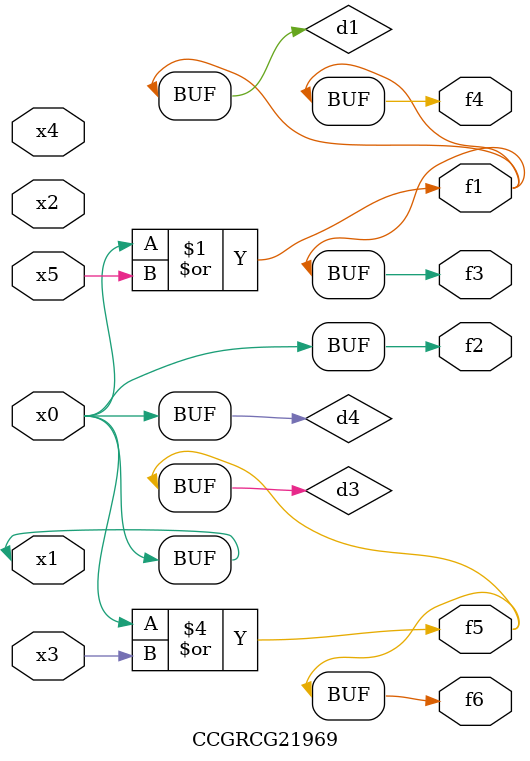
<source format=v>
module CCGRCG21969(
	input x0, x1, x2, x3, x4, x5,
	output f1, f2, f3, f4, f5, f6
);

	wire d1, d2, d3, d4;

	or (d1, x0, x5);
	xnor (d2, x1, x4);
	or (d3, x0, x3);
	buf (d4, x0, x1);
	assign f1 = d1;
	assign f2 = d4;
	assign f3 = d1;
	assign f4 = d1;
	assign f5 = d3;
	assign f6 = d3;
endmodule

</source>
